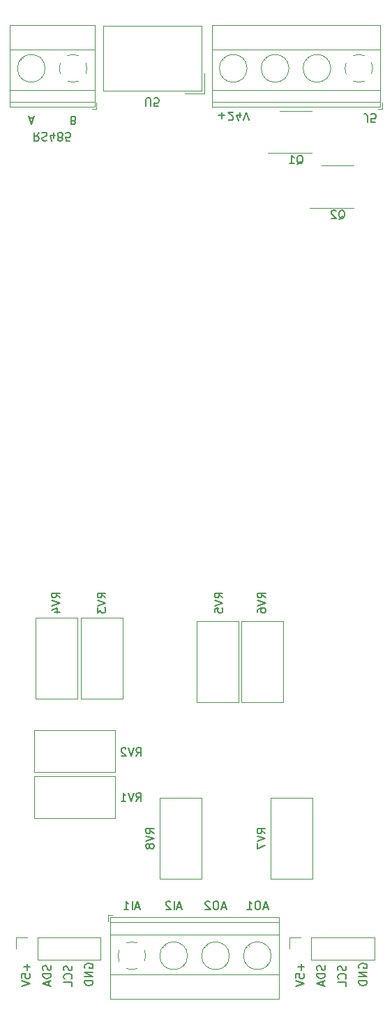
<source format=gbo>
G04 #@! TF.GenerationSoftware,KiCad,Pcbnew,5.1.10*
G04 #@! TF.CreationDate,2021-07-20T09:34:09+02:00*
G04 #@! TF.ProjectId,MEV_board,4d45565f-626f-4617-9264-2e6b69636164,rev?*
G04 #@! TF.SameCoordinates,Original*
G04 #@! TF.FileFunction,Legend,Bot*
G04 #@! TF.FilePolarity,Positive*
%FSLAX46Y46*%
G04 Gerber Fmt 4.6, Leading zero omitted, Abs format (unit mm)*
G04 Created by KiCad (PCBNEW 5.1.10) date 2021-07-20 09:34:09*
%MOMM*%
%LPD*%
G01*
G04 APERTURE LIST*
%ADD10C,0.150000*%
%ADD11C,0.120000*%
%ADD12C,6.400000*%
%ADD13C,3.600000*%
%ADD14O,1.700000X1.700000*%
%ADD15R,1.700000X1.700000*%
%ADD16C,2.600000*%
%ADD17R,2.600000X2.600000*%
%ADD18C,1.440000*%
%ADD19R,1.500000X2.500000*%
%ADD20O,1.500000X2.500000*%
G04 APERTURE END LIST*
D10*
X135426295Y-148947166D02*
X134950104Y-148947166D01*
X135521533Y-149232880D02*
X135188200Y-148232880D01*
X134854866Y-149232880D01*
X134331057Y-148232880D02*
X134140580Y-148232880D01*
X134045342Y-148280500D01*
X133950104Y-148375738D01*
X133902485Y-148566214D01*
X133902485Y-148899547D01*
X133950104Y-149090023D01*
X134045342Y-149185261D01*
X134140580Y-149232880D01*
X134331057Y-149232880D01*
X134426295Y-149185261D01*
X134521533Y-149090023D01*
X134569152Y-148899547D01*
X134569152Y-148566214D01*
X134521533Y-148375738D01*
X134426295Y-148280500D01*
X134331057Y-148232880D01*
X132950104Y-149232880D02*
X133521533Y-149232880D01*
X133235819Y-149232880D02*
X133235819Y-148232880D01*
X133331057Y-148375738D01*
X133426295Y-148470976D01*
X133521533Y-148518595D01*
X130346295Y-148947166D02*
X129870104Y-148947166D01*
X130441533Y-149232880D02*
X130108200Y-148232880D01*
X129774866Y-149232880D01*
X129251057Y-148232880D02*
X129060580Y-148232880D01*
X128965342Y-148280500D01*
X128870104Y-148375738D01*
X128822485Y-148566214D01*
X128822485Y-148899547D01*
X128870104Y-149090023D01*
X128965342Y-149185261D01*
X129060580Y-149232880D01*
X129251057Y-149232880D01*
X129346295Y-149185261D01*
X129441533Y-149090023D01*
X129489152Y-148899547D01*
X129489152Y-148566214D01*
X129441533Y-148375738D01*
X129346295Y-148280500D01*
X129251057Y-148232880D01*
X128441533Y-148328119D02*
X128393914Y-148280500D01*
X128298676Y-148232880D01*
X128060580Y-148232880D01*
X127965342Y-148280500D01*
X127917723Y-148328119D01*
X127870104Y-148423357D01*
X127870104Y-148518595D01*
X127917723Y-148661452D01*
X128489152Y-149232880D01*
X127870104Y-149232880D01*
X124980580Y-148947166D02*
X124504390Y-148947166D01*
X125075819Y-149232880D02*
X124742485Y-148232880D01*
X124409152Y-149232880D01*
X124075819Y-149232880D02*
X124075819Y-148232880D01*
X123647247Y-148328119D02*
X123599628Y-148280500D01*
X123504390Y-148232880D01*
X123266295Y-148232880D01*
X123171057Y-148280500D01*
X123123438Y-148328119D01*
X123075819Y-148423357D01*
X123075819Y-148518595D01*
X123123438Y-148661452D01*
X123694866Y-149232880D01*
X123075819Y-149232880D01*
X119900580Y-148947166D02*
X119424390Y-148947166D01*
X119995819Y-149232880D02*
X119662485Y-148232880D01*
X119329152Y-149232880D01*
X118995819Y-149232880D02*
X118995819Y-148232880D01*
X117995819Y-149232880D02*
X118567247Y-149232880D01*
X118281533Y-149232880D02*
X118281533Y-148232880D01*
X118376771Y-148375738D01*
X118472009Y-148470976D01*
X118567247Y-148518595D01*
X144914061Y-156051380D02*
X144961680Y-156194237D01*
X144961680Y-156432333D01*
X144914061Y-156527571D01*
X144866442Y-156575190D01*
X144771204Y-156622809D01*
X144675966Y-156622809D01*
X144580728Y-156575190D01*
X144533109Y-156527571D01*
X144485490Y-156432333D01*
X144437871Y-156241857D01*
X144390252Y-156146618D01*
X144342633Y-156098999D01*
X144247395Y-156051380D01*
X144152157Y-156051380D01*
X144056919Y-156098999D01*
X144009300Y-156146618D01*
X143961680Y-156241857D01*
X143961680Y-156479952D01*
X144009300Y-156622809D01*
X144866442Y-157622809D02*
X144914061Y-157575190D01*
X144961680Y-157432333D01*
X144961680Y-157337095D01*
X144914061Y-157194237D01*
X144818823Y-157098999D01*
X144723585Y-157051380D01*
X144533109Y-157003761D01*
X144390252Y-157003761D01*
X144199776Y-157051380D01*
X144104538Y-157098999D01*
X144009300Y-157194237D01*
X143961680Y-157337095D01*
X143961680Y-157432333D01*
X144009300Y-157575190D01*
X144056919Y-157622809D01*
X144961680Y-158527571D02*
X144961680Y-158051380D01*
X143961680Y-158051380D01*
X142374061Y-156003761D02*
X142421680Y-156146618D01*
X142421680Y-156384713D01*
X142374061Y-156479951D01*
X142326442Y-156527570D01*
X142231204Y-156575189D01*
X142135966Y-156575189D01*
X142040728Y-156527570D01*
X141993109Y-156479951D01*
X141945490Y-156384713D01*
X141897871Y-156194237D01*
X141850252Y-156098999D01*
X141802633Y-156051380D01*
X141707395Y-156003761D01*
X141612157Y-156003761D01*
X141516919Y-156051380D01*
X141469300Y-156098999D01*
X141421680Y-156194237D01*
X141421680Y-156432332D01*
X141469300Y-156575189D01*
X142421680Y-157003761D02*
X141421680Y-157003761D01*
X141421680Y-157241856D01*
X141469300Y-157384713D01*
X141564538Y-157479951D01*
X141659776Y-157527570D01*
X141850252Y-157575189D01*
X141993109Y-157575189D01*
X142183585Y-157527570D01*
X142278823Y-157479951D01*
X142374061Y-157384713D01*
X142421680Y-157241856D01*
X142421680Y-157003761D01*
X142135966Y-157956142D02*
X142135966Y-158432332D01*
X142421680Y-157860904D02*
X141421680Y-158194237D01*
X142421680Y-158527570D01*
X146549300Y-156337095D02*
X146501680Y-156241857D01*
X146501680Y-156099000D01*
X146549300Y-155956142D01*
X146644538Y-155860904D01*
X146739776Y-155813285D01*
X146930252Y-155765666D01*
X147073109Y-155765666D01*
X147263585Y-155813285D01*
X147358823Y-155860904D01*
X147454061Y-155956142D01*
X147501680Y-156099000D01*
X147501680Y-156194238D01*
X147454061Y-156337095D01*
X147406442Y-156384714D01*
X147073109Y-156384714D01*
X147073109Y-156194238D01*
X147501680Y-156813285D02*
X146501680Y-156813285D01*
X147501680Y-157384714D01*
X146501680Y-157384714D01*
X147501680Y-157860904D02*
X146501680Y-157860904D01*
X146501680Y-158099000D01*
X146549300Y-158241857D01*
X146644538Y-158337095D01*
X146739776Y-158384714D01*
X146930252Y-158432333D01*
X147073109Y-158432333D01*
X147263585Y-158384714D01*
X147358823Y-158337095D01*
X147454061Y-158241857D01*
X147501680Y-158099000D01*
X147501680Y-157860904D01*
X139500728Y-155813285D02*
X139500728Y-156575190D01*
X139881680Y-156194238D02*
X139119776Y-156194238D01*
X138881680Y-157527571D02*
X138881680Y-157051380D01*
X139357871Y-157003761D01*
X139310252Y-157051380D01*
X139262633Y-157146619D01*
X139262633Y-157384714D01*
X139310252Y-157479952D01*
X139357871Y-157527571D01*
X139453109Y-157575190D01*
X139691204Y-157575190D01*
X139786442Y-157527571D01*
X139834061Y-157479952D01*
X139881680Y-157384714D01*
X139881680Y-157146619D01*
X139834061Y-157051380D01*
X139786442Y-157003761D01*
X138881680Y-157860904D02*
X139881680Y-158194238D01*
X138881680Y-158527571D01*
X113275300Y-156337095D02*
X113227680Y-156241857D01*
X113227680Y-156099000D01*
X113275300Y-155956142D01*
X113370538Y-155860904D01*
X113465776Y-155813285D01*
X113656252Y-155765666D01*
X113799109Y-155765666D01*
X113989585Y-155813285D01*
X114084823Y-155860904D01*
X114180061Y-155956142D01*
X114227680Y-156099000D01*
X114227680Y-156194238D01*
X114180061Y-156337095D01*
X114132442Y-156384714D01*
X113799109Y-156384714D01*
X113799109Y-156194238D01*
X114227680Y-156813285D02*
X113227680Y-156813285D01*
X114227680Y-157384714D01*
X113227680Y-157384714D01*
X114227680Y-157860904D02*
X113227680Y-157860904D01*
X113227680Y-158099000D01*
X113275300Y-158241857D01*
X113370538Y-158337095D01*
X113465776Y-158384714D01*
X113656252Y-158432333D01*
X113799109Y-158432333D01*
X113989585Y-158384714D01*
X114084823Y-158337095D01*
X114180061Y-158241857D01*
X114227680Y-158099000D01*
X114227680Y-157860904D01*
X111640061Y-156051380D02*
X111687680Y-156194237D01*
X111687680Y-156432333D01*
X111640061Y-156527571D01*
X111592442Y-156575190D01*
X111497204Y-156622809D01*
X111401966Y-156622809D01*
X111306728Y-156575190D01*
X111259109Y-156527571D01*
X111211490Y-156432333D01*
X111163871Y-156241857D01*
X111116252Y-156146618D01*
X111068633Y-156098999D01*
X110973395Y-156051380D01*
X110878157Y-156051380D01*
X110782919Y-156098999D01*
X110735300Y-156146618D01*
X110687680Y-156241857D01*
X110687680Y-156479952D01*
X110735300Y-156622809D01*
X111592442Y-157622809D02*
X111640061Y-157575190D01*
X111687680Y-157432333D01*
X111687680Y-157337095D01*
X111640061Y-157194237D01*
X111544823Y-157098999D01*
X111449585Y-157051380D01*
X111259109Y-157003761D01*
X111116252Y-157003761D01*
X110925776Y-157051380D01*
X110830538Y-157098999D01*
X110735300Y-157194237D01*
X110687680Y-157337095D01*
X110687680Y-157432333D01*
X110735300Y-157575190D01*
X110782919Y-157622809D01*
X111687680Y-158527571D02*
X111687680Y-158051380D01*
X110687680Y-158051380D01*
X109100061Y-156003761D02*
X109147680Y-156146618D01*
X109147680Y-156384713D01*
X109100061Y-156479951D01*
X109052442Y-156527570D01*
X108957204Y-156575189D01*
X108861966Y-156575189D01*
X108766728Y-156527570D01*
X108719109Y-156479951D01*
X108671490Y-156384713D01*
X108623871Y-156194237D01*
X108576252Y-156098999D01*
X108528633Y-156051380D01*
X108433395Y-156003761D01*
X108338157Y-156003761D01*
X108242919Y-156051380D01*
X108195300Y-156098999D01*
X108147680Y-156194237D01*
X108147680Y-156432332D01*
X108195300Y-156575189D01*
X109147680Y-157003761D02*
X108147680Y-157003761D01*
X108147680Y-157241856D01*
X108195300Y-157384713D01*
X108290538Y-157479951D01*
X108385776Y-157527570D01*
X108576252Y-157575189D01*
X108719109Y-157575189D01*
X108909585Y-157527570D01*
X109004823Y-157479951D01*
X109100061Y-157384713D01*
X109147680Y-157241856D01*
X109147680Y-157003761D01*
X108861966Y-157956142D02*
X108861966Y-158432332D01*
X109147680Y-157860904D02*
X108147680Y-158194237D01*
X109147680Y-158527570D01*
X106226728Y-155813285D02*
X106226728Y-156575190D01*
X106607680Y-156194238D02*
X105845776Y-156194238D01*
X105607680Y-157527571D02*
X105607680Y-157051380D01*
X106083871Y-157003761D01*
X106036252Y-157051380D01*
X105988633Y-157146619D01*
X105988633Y-157384714D01*
X106036252Y-157479952D01*
X106083871Y-157527571D01*
X106179109Y-157575190D01*
X106417204Y-157575190D01*
X106512442Y-157527571D01*
X106560061Y-157479952D01*
X106607680Y-157384714D01*
X106607680Y-157146619D01*
X106560061Y-157051380D01*
X106512442Y-157003761D01*
X105607680Y-157860904D02*
X106607680Y-158194238D01*
X105607680Y-158527571D01*
X129492595Y-52887571D02*
X130254500Y-52887571D01*
X129873547Y-52506619D02*
X129873547Y-53268523D01*
X130683071Y-53411380D02*
X130730690Y-53459000D01*
X130825928Y-53506619D01*
X131064023Y-53506619D01*
X131159261Y-53459000D01*
X131206880Y-53411380D01*
X131254500Y-53316142D01*
X131254500Y-53220904D01*
X131206880Y-53078047D01*
X130635452Y-52506619D01*
X131254500Y-52506619D01*
X132111642Y-53173285D02*
X132111642Y-52506619D01*
X131873547Y-53554238D02*
X131635452Y-52839952D01*
X132254500Y-52839952D01*
X132492595Y-53506619D02*
X132825928Y-52506619D01*
X133159261Y-53506619D01*
X107683261Y-54983119D02*
X107349928Y-55459309D01*
X107111833Y-54983119D02*
X107111833Y-55983119D01*
X107492785Y-55983119D01*
X107588023Y-55935500D01*
X107635642Y-55887880D01*
X107683261Y-55792642D01*
X107683261Y-55649785D01*
X107635642Y-55554547D01*
X107588023Y-55506928D01*
X107492785Y-55459309D01*
X107111833Y-55459309D01*
X108064214Y-55030738D02*
X108207071Y-54983119D01*
X108445166Y-54983119D01*
X108540404Y-55030738D01*
X108588023Y-55078357D01*
X108635642Y-55173595D01*
X108635642Y-55268833D01*
X108588023Y-55364071D01*
X108540404Y-55411690D01*
X108445166Y-55459309D01*
X108254690Y-55506928D01*
X108159452Y-55554547D01*
X108111833Y-55602166D01*
X108064214Y-55697404D01*
X108064214Y-55792642D01*
X108111833Y-55887880D01*
X108159452Y-55935500D01*
X108254690Y-55983119D01*
X108492785Y-55983119D01*
X108635642Y-55935500D01*
X109492785Y-55649785D02*
X109492785Y-54983119D01*
X109254690Y-56030738D02*
X109016595Y-55316452D01*
X109635642Y-55316452D01*
X110159452Y-55554547D02*
X110064214Y-55602166D01*
X110016595Y-55649785D01*
X109968976Y-55745023D01*
X109968976Y-55792642D01*
X110016595Y-55887880D01*
X110064214Y-55935500D01*
X110159452Y-55983119D01*
X110349928Y-55983119D01*
X110445166Y-55935500D01*
X110492785Y-55887880D01*
X110540404Y-55792642D01*
X110540404Y-55745023D01*
X110492785Y-55649785D01*
X110445166Y-55602166D01*
X110349928Y-55554547D01*
X110159452Y-55554547D01*
X110064214Y-55506928D01*
X110016595Y-55459309D01*
X109968976Y-55364071D01*
X109968976Y-55173595D01*
X110016595Y-55078357D01*
X110064214Y-55030738D01*
X110159452Y-54983119D01*
X110349928Y-54983119D01*
X110445166Y-55030738D01*
X110492785Y-55078357D01*
X110540404Y-55173595D01*
X110540404Y-55364071D01*
X110492785Y-55459309D01*
X110445166Y-55506928D01*
X110349928Y-55554547D01*
X111445166Y-55983119D02*
X110968976Y-55983119D01*
X110921357Y-55506928D01*
X110968976Y-55554547D01*
X111064214Y-55602166D01*
X111302309Y-55602166D01*
X111397547Y-55554547D01*
X111445166Y-55506928D01*
X111492785Y-55411690D01*
X111492785Y-55173595D01*
X111445166Y-55078357D01*
X111397547Y-55030738D01*
X111302309Y-54983119D01*
X111064214Y-54983119D01*
X110968976Y-55030738D01*
X110921357Y-55078357D01*
X111894928Y-53538428D02*
X112037785Y-53490809D01*
X112085404Y-53443190D01*
X112133023Y-53347952D01*
X112133023Y-53205095D01*
X112085404Y-53109857D01*
X112037785Y-53062238D01*
X111942547Y-53014619D01*
X111561595Y-53014619D01*
X111561595Y-54014619D01*
X111894928Y-54014619D01*
X111990166Y-53967000D01*
X112037785Y-53919380D01*
X112085404Y-53824142D01*
X112085404Y-53728904D01*
X112037785Y-53633666D01*
X111990166Y-53586047D01*
X111894928Y-53538428D01*
X111561595Y-53538428D01*
X106505405Y-53236833D02*
X106981596Y-53236833D01*
X106410167Y-52951119D02*
X106743501Y-53951119D01*
X107076834Y-52951119D01*
D11*
X148396000Y-152657500D02*
X148396000Y-155317500D01*
X140716000Y-152657500D02*
X148396000Y-152657500D01*
X140716000Y-155317500D02*
X148396000Y-155317500D01*
X140716000Y-152657500D02*
X140716000Y-155317500D01*
X139446000Y-152657500D02*
X138116000Y-152657500D01*
X138116000Y-152657500D02*
X138116000Y-153987500D01*
X115172798Y-152644800D02*
X115172798Y-155304800D01*
X107492798Y-152644800D02*
X115172798Y-152644800D01*
X107492798Y-155304800D02*
X115172798Y-155304800D01*
X107492798Y-152644800D02*
X107492798Y-155304800D01*
X106222798Y-152644800D02*
X104892798Y-152644800D01*
X104892798Y-152644800D02*
X104892798Y-153974800D01*
X125708200Y-154838400D02*
G75*
G03*
X125708200Y-154838400I-1680000J0D01*
G01*
X130788200Y-154838400D02*
G75*
G03*
X130788200Y-154838400I-1680000J0D01*
G01*
X135868200Y-154838400D02*
G75*
G03*
X135868200Y-154838400I-1680000J0D01*
G01*
X116348200Y-150738400D02*
X136788200Y-150738400D01*
X116348200Y-152238400D02*
X136788200Y-152238400D01*
X116348200Y-157139400D02*
X136788200Y-157139400D01*
X116348200Y-160099400D02*
X136788200Y-160099400D01*
X116348200Y-150178400D02*
X136788200Y-150178400D01*
X116348200Y-160099400D02*
X116348200Y-150178400D01*
X136788200Y-160099400D02*
X136788200Y-150178400D01*
X125303200Y-155907400D02*
X125256200Y-155861400D01*
X122994200Y-153599400D02*
X122959200Y-153564400D01*
X125098200Y-156113400D02*
X125063200Y-156077400D01*
X122801200Y-153815400D02*
X122754200Y-153769400D01*
X130383200Y-155907400D02*
X130336200Y-155861400D01*
X128074200Y-153599400D02*
X128039200Y-153564400D01*
X130178200Y-156113400D02*
X130143200Y-156077400D01*
X127881200Y-153815400D02*
X127834200Y-153769400D01*
X135463200Y-155907400D02*
X135416200Y-155861400D01*
X133154200Y-153599400D02*
X133119200Y-153564400D01*
X135258200Y-156113400D02*
X135223200Y-156077400D01*
X132961200Y-153815400D02*
X132914200Y-153769400D01*
X116108200Y-150678400D02*
X116108200Y-149938400D01*
X116108200Y-149938400D02*
X116608200Y-149938400D01*
X118977005Y-153158147D02*
G75*
G03*
X118264200Y-153303400I-28805J-1680253D01*
G01*
X117412774Y-154155358D02*
G75*
G03*
X117413200Y-155522400I1535426J-683042D01*
G01*
X118265158Y-156373826D02*
G75*
G03*
X119632200Y-156373400I683042J1535426D01*
G01*
X120483626Y-155521442D02*
G75*
G03*
X120483200Y-154154400I-1535426J683042D01*
G01*
X119631518Y-153303644D02*
G75*
G03*
X118948200Y-153158400I-683318J-1534756D01*
G01*
X114663500Y-52100000D02*
X114163500Y-52100000D01*
X114663500Y-51360000D02*
X114663500Y-52100000D01*
X107970500Y-48223000D02*
X108017500Y-48269000D01*
X105673500Y-45925000D02*
X105708500Y-45961000D01*
X107777500Y-48439000D02*
X107812500Y-48474000D01*
X105468500Y-46131000D02*
X105515500Y-46177000D01*
X104143500Y-41939000D02*
X104143500Y-51860000D01*
X114423500Y-41939000D02*
X114423500Y-51860000D01*
X114423500Y-51860000D02*
X104143500Y-51860000D01*
X114423500Y-41939000D02*
X104143500Y-41939000D01*
X114423500Y-44899000D02*
X104143500Y-44899000D01*
X114423500Y-49800000D02*
X104143500Y-49800000D01*
X114423500Y-51300000D02*
X104143500Y-51300000D01*
X108423500Y-47200000D02*
G75*
G03*
X108423500Y-47200000I-1680000J0D01*
G01*
X111140182Y-48734756D02*
G75*
G03*
X111823500Y-48880000I683318J1534756D01*
G01*
X110288074Y-46516958D02*
G75*
G03*
X110288500Y-47884000I1535426J-683042D01*
G01*
X112506542Y-45664574D02*
G75*
G03*
X111139500Y-45665000I-683042J-1535426D01*
G01*
X113358926Y-47883042D02*
G75*
G03*
X113358500Y-46516000I-1535426J683042D01*
G01*
X111794695Y-48880253D02*
G75*
G03*
X112507500Y-48735000I28805J1680253D01*
G01*
X149340000Y-52100000D02*
X148840000Y-52100000D01*
X149340000Y-51360000D02*
X149340000Y-52100000D01*
X132487000Y-48223000D02*
X132534000Y-48269000D01*
X130190000Y-45925000D02*
X130225000Y-45961000D01*
X132294000Y-48439000D02*
X132329000Y-48474000D01*
X129985000Y-46131000D02*
X130032000Y-46177000D01*
X137567000Y-48223000D02*
X137614000Y-48269000D01*
X135270000Y-45925000D02*
X135305000Y-45961000D01*
X137374000Y-48439000D02*
X137409000Y-48474000D01*
X135065000Y-46131000D02*
X135112000Y-46177000D01*
X142647000Y-48223000D02*
X142694000Y-48269000D01*
X140350000Y-45925000D02*
X140385000Y-45961000D01*
X142454000Y-48439000D02*
X142489000Y-48474000D01*
X140145000Y-46131000D02*
X140192000Y-46177000D01*
X128660000Y-41939000D02*
X128660000Y-51860000D01*
X149100000Y-41939000D02*
X149100000Y-51860000D01*
X149100000Y-51860000D02*
X128660000Y-51860000D01*
X149100000Y-41939000D02*
X128660000Y-41939000D01*
X149100000Y-44899000D02*
X128660000Y-44899000D01*
X149100000Y-49800000D02*
X128660000Y-49800000D01*
X149100000Y-51300000D02*
X128660000Y-51300000D01*
X132940000Y-47200000D02*
G75*
G03*
X132940000Y-47200000I-1680000J0D01*
G01*
X138020000Y-47200000D02*
G75*
G03*
X138020000Y-47200000I-1680000J0D01*
G01*
X143100000Y-47200000D02*
G75*
G03*
X143100000Y-47200000I-1680000J0D01*
G01*
X145816682Y-48734756D02*
G75*
G03*
X146500000Y-48880000I683318J1534756D01*
G01*
X144964574Y-46516958D02*
G75*
G03*
X144965000Y-47884000I1535426J-683042D01*
G01*
X147183042Y-45664574D02*
G75*
G03*
X145816000Y-45665000I-683042J-1535426D01*
G01*
X148035426Y-47883042D02*
G75*
G03*
X148035000Y-46516000I-1535426J683042D01*
G01*
X146471195Y-48880253D02*
G75*
G03*
X147184000Y-48735000I28805J1680253D01*
G01*
X138881500Y-57462100D02*
X135431500Y-57462100D01*
X138881500Y-57462100D02*
X140831500Y-57462100D01*
X138881500Y-52342100D02*
X136931500Y-52342100D01*
X138881500Y-52342100D02*
X140831500Y-52342100D01*
X143961500Y-58996900D02*
X145911500Y-58996900D01*
X143961500Y-58996900D02*
X142011500Y-58996900D01*
X143961500Y-64116900D02*
X145911500Y-64116900D01*
X143961500Y-64116900D02*
X140511500Y-64116900D01*
X116905000Y-138150000D02*
X116905000Y-133080000D01*
X107135000Y-138150000D02*
X107135000Y-133080000D01*
X107135000Y-133080000D02*
X116905000Y-133080000D01*
X107135000Y-138150000D02*
X116905000Y-138150000D01*
X107135000Y-132560000D02*
X116905000Y-132560000D01*
X107135000Y-127490000D02*
X116905000Y-127490000D01*
X107135000Y-132560000D02*
X107135000Y-127490000D01*
X116905000Y-132560000D02*
X116905000Y-127490000D01*
X117846000Y-123630000D02*
X117846000Y-113860000D01*
X112776000Y-123630000D02*
X112776000Y-113860000D01*
X117846000Y-123630000D02*
X112776000Y-123630000D01*
X117846000Y-113860000D02*
X112776000Y-113860000D01*
X112321500Y-113860000D02*
X107251500Y-113860000D01*
X112321500Y-123630000D02*
X107251500Y-123630000D01*
X107251500Y-123630000D02*
X107251500Y-113860000D01*
X112321500Y-123630000D02*
X112321500Y-113860000D01*
X131866800Y-124061800D02*
X131866800Y-114291800D01*
X126796800Y-124061800D02*
X126796800Y-114291800D01*
X131866800Y-124061800D02*
X126796800Y-124061800D01*
X131866800Y-114291800D02*
X126796800Y-114291800D01*
X137353200Y-114291800D02*
X132283200Y-114291800D01*
X137353200Y-124061800D02*
X132283200Y-124061800D01*
X132283200Y-124061800D02*
X132283200Y-114291800D01*
X137353200Y-124061800D02*
X137353200Y-114291800D01*
X135830000Y-145495000D02*
X140900000Y-145495000D01*
X135830000Y-135725000D02*
X140900000Y-135725000D01*
X140900000Y-135725000D02*
X140900000Y-145495000D01*
X135830000Y-135725000D02*
X135830000Y-145495000D01*
X122340000Y-135725000D02*
X122340000Y-145495000D01*
X127410000Y-135725000D02*
X127410000Y-145495000D01*
X122340000Y-135725000D02*
X127410000Y-135725000D01*
X122340000Y-145495000D02*
X127410000Y-145495000D01*
X127420000Y-49920000D02*
X127420000Y-42070000D01*
X127420000Y-42070000D02*
X115480000Y-42070000D01*
X115480000Y-42070000D02*
X115480000Y-49920000D01*
X115480000Y-49920000D02*
X127420000Y-49920000D01*
X127750000Y-47800000D02*
X127750000Y-50250000D01*
X127750000Y-50250000D02*
X125420000Y-50250000D01*
D10*
X147558166Y-53697119D02*
X147558166Y-52982833D01*
X147510547Y-52839976D01*
X147415309Y-52744738D01*
X147272452Y-52697119D01*
X147177214Y-52697119D01*
X148510547Y-53697119D02*
X148034357Y-53697119D01*
X147986738Y-53220928D01*
X148034357Y-53268547D01*
X148129595Y-53316166D01*
X148367690Y-53316166D01*
X148462928Y-53268547D01*
X148510547Y-53220928D01*
X148558166Y-53125690D01*
X148558166Y-52887595D01*
X148510547Y-52792357D01*
X148462928Y-52744738D01*
X148367690Y-52697119D01*
X148129595Y-52697119D01*
X148034357Y-52744738D01*
X147986738Y-52792357D01*
X138976738Y-58849719D02*
X139071976Y-58802100D01*
X139167214Y-58706861D01*
X139310071Y-58564004D01*
X139405309Y-58516385D01*
X139500547Y-58516385D01*
X139452928Y-58754480D02*
X139548166Y-58706861D01*
X139643404Y-58611623D01*
X139691023Y-58421147D01*
X139691023Y-58087814D01*
X139643404Y-57897338D01*
X139548166Y-57802100D01*
X139452928Y-57754480D01*
X139262452Y-57754480D01*
X139167214Y-57802100D01*
X139071976Y-57897338D01*
X139024357Y-58087814D01*
X139024357Y-58421147D01*
X139071976Y-58611623D01*
X139167214Y-58706861D01*
X139262452Y-58754480D01*
X139452928Y-58754480D01*
X138071976Y-58754480D02*
X138643404Y-58754480D01*
X138357690Y-58754480D02*
X138357690Y-57754480D01*
X138452928Y-57897338D01*
X138548166Y-57992576D01*
X138643404Y-58040195D01*
X144056738Y-65504519D02*
X144151976Y-65456900D01*
X144247214Y-65361661D01*
X144390071Y-65218804D01*
X144485309Y-65171185D01*
X144580547Y-65171185D01*
X144532928Y-65409280D02*
X144628166Y-65361661D01*
X144723404Y-65266423D01*
X144771023Y-65075947D01*
X144771023Y-64742614D01*
X144723404Y-64552138D01*
X144628166Y-64456900D01*
X144532928Y-64409280D01*
X144342452Y-64409280D01*
X144247214Y-64456900D01*
X144151976Y-64552138D01*
X144104357Y-64742614D01*
X144104357Y-65075947D01*
X144151976Y-65266423D01*
X144247214Y-65361661D01*
X144342452Y-65409280D01*
X144532928Y-65409280D01*
X143723404Y-64504519D02*
X143675785Y-64456900D01*
X143580547Y-64409280D01*
X143342452Y-64409280D01*
X143247214Y-64456900D01*
X143199595Y-64504519D01*
X143151976Y-64599757D01*
X143151976Y-64694995D01*
X143199595Y-64837852D01*
X143771023Y-65409280D01*
X143151976Y-65409280D01*
X119467238Y-136088380D02*
X119800571Y-135612190D01*
X120038666Y-136088380D02*
X120038666Y-135088380D01*
X119657714Y-135088380D01*
X119562476Y-135136000D01*
X119514857Y-135183619D01*
X119467238Y-135278857D01*
X119467238Y-135421714D01*
X119514857Y-135516952D01*
X119562476Y-135564571D01*
X119657714Y-135612190D01*
X120038666Y-135612190D01*
X119181523Y-135088380D02*
X118848190Y-136088380D01*
X118514857Y-135088380D01*
X117657714Y-136088380D02*
X118229142Y-136088380D01*
X117943428Y-136088380D02*
X117943428Y-135088380D01*
X118038666Y-135231238D01*
X118133904Y-135326476D01*
X118229142Y-135374095D01*
X119467238Y-130627380D02*
X119800571Y-130151190D01*
X120038666Y-130627380D02*
X120038666Y-129627380D01*
X119657714Y-129627380D01*
X119562476Y-129675000D01*
X119514857Y-129722619D01*
X119467238Y-129817857D01*
X119467238Y-129960714D01*
X119514857Y-130055952D01*
X119562476Y-130103571D01*
X119657714Y-130151190D01*
X120038666Y-130151190D01*
X119181523Y-129627380D02*
X118848190Y-130627380D01*
X118514857Y-129627380D01*
X118229142Y-129722619D02*
X118181523Y-129675000D01*
X118086285Y-129627380D01*
X117848190Y-129627380D01*
X117752952Y-129675000D01*
X117705333Y-129722619D01*
X117657714Y-129817857D01*
X117657714Y-129913095D01*
X117705333Y-130055952D01*
X118276761Y-130627380D01*
X117657714Y-130627380D01*
X115768380Y-111418761D02*
X115292190Y-111085428D01*
X115768380Y-110847333D02*
X114768380Y-110847333D01*
X114768380Y-111228285D01*
X114816000Y-111323523D01*
X114863619Y-111371142D01*
X114958857Y-111418761D01*
X115101714Y-111418761D01*
X115196952Y-111371142D01*
X115244571Y-111323523D01*
X115292190Y-111228285D01*
X115292190Y-110847333D01*
X114768380Y-111704476D02*
X115768380Y-112037809D01*
X114768380Y-112371142D01*
X114768380Y-112609238D02*
X114768380Y-113228285D01*
X115149333Y-112894952D01*
X115149333Y-113037809D01*
X115196952Y-113133047D01*
X115244571Y-113180666D01*
X115339809Y-113228285D01*
X115577904Y-113228285D01*
X115673142Y-113180666D01*
X115720761Y-113133047D01*
X115768380Y-113037809D01*
X115768380Y-112752095D01*
X115720761Y-112656857D01*
X115673142Y-112609238D01*
X110243880Y-111418761D02*
X109767690Y-111085428D01*
X110243880Y-110847333D02*
X109243880Y-110847333D01*
X109243880Y-111228285D01*
X109291500Y-111323523D01*
X109339119Y-111371142D01*
X109434357Y-111418761D01*
X109577214Y-111418761D01*
X109672452Y-111371142D01*
X109720071Y-111323523D01*
X109767690Y-111228285D01*
X109767690Y-110847333D01*
X109243880Y-111704476D02*
X110243880Y-112037809D01*
X109243880Y-112371142D01*
X109577214Y-113133047D02*
X110243880Y-113133047D01*
X109196261Y-112894952D02*
X109910547Y-112656857D01*
X109910547Y-113275904D01*
X129992380Y-111418761D02*
X129516190Y-111085428D01*
X129992380Y-110847333D02*
X128992380Y-110847333D01*
X128992380Y-111228285D01*
X129040000Y-111323523D01*
X129087619Y-111371142D01*
X129182857Y-111418761D01*
X129325714Y-111418761D01*
X129420952Y-111371142D01*
X129468571Y-111323523D01*
X129516190Y-111228285D01*
X129516190Y-110847333D01*
X128992380Y-111704476D02*
X129992380Y-112037809D01*
X128992380Y-112371142D01*
X128992380Y-113180666D02*
X128992380Y-112704476D01*
X129468571Y-112656857D01*
X129420952Y-112704476D01*
X129373333Y-112799714D01*
X129373333Y-113037809D01*
X129420952Y-113133047D01*
X129468571Y-113180666D01*
X129563809Y-113228285D01*
X129801904Y-113228285D01*
X129897142Y-113180666D01*
X129944761Y-113133047D01*
X129992380Y-113037809D01*
X129992380Y-112799714D01*
X129944761Y-112704476D01*
X129897142Y-112656857D01*
X135199380Y-111418761D02*
X134723190Y-111085428D01*
X135199380Y-110847333D02*
X134199380Y-110847333D01*
X134199380Y-111228285D01*
X134247000Y-111323523D01*
X134294619Y-111371142D01*
X134389857Y-111418761D01*
X134532714Y-111418761D01*
X134627952Y-111371142D01*
X134675571Y-111323523D01*
X134723190Y-111228285D01*
X134723190Y-110847333D01*
X134199380Y-111704476D02*
X135199380Y-112037809D01*
X134199380Y-112371142D01*
X134199380Y-113133047D02*
X134199380Y-112942571D01*
X134247000Y-112847333D01*
X134294619Y-112799714D01*
X134437476Y-112704476D01*
X134627952Y-112656857D01*
X135008904Y-112656857D01*
X135104142Y-112704476D01*
X135151761Y-112752095D01*
X135199380Y-112847333D01*
X135199380Y-113037809D01*
X135151761Y-113133047D01*
X135104142Y-113180666D01*
X135008904Y-113228285D01*
X134770809Y-113228285D01*
X134675571Y-113180666D01*
X134627952Y-113133047D01*
X134580333Y-113037809D01*
X134580333Y-112847333D01*
X134627952Y-112752095D01*
X134675571Y-112704476D01*
X134770809Y-112656857D01*
X135152380Y-140014761D02*
X134676190Y-139681428D01*
X135152380Y-139443333D02*
X134152380Y-139443333D01*
X134152380Y-139824285D01*
X134200000Y-139919523D01*
X134247619Y-139967142D01*
X134342857Y-140014761D01*
X134485714Y-140014761D01*
X134580952Y-139967142D01*
X134628571Y-139919523D01*
X134676190Y-139824285D01*
X134676190Y-139443333D01*
X134152380Y-140300476D02*
X135152380Y-140633809D01*
X134152380Y-140967142D01*
X134152380Y-141205238D02*
X134152380Y-141871904D01*
X135152380Y-141443333D01*
X121662380Y-140014761D02*
X121186190Y-139681428D01*
X121662380Y-139443333D02*
X120662380Y-139443333D01*
X120662380Y-139824285D01*
X120710000Y-139919523D01*
X120757619Y-139967142D01*
X120852857Y-140014761D01*
X120995714Y-140014761D01*
X121090952Y-139967142D01*
X121138571Y-139919523D01*
X121186190Y-139824285D01*
X121186190Y-139443333D01*
X120662380Y-140300476D02*
X121662380Y-140633809D01*
X120662380Y-140967142D01*
X121090952Y-141443333D02*
X121043333Y-141348095D01*
X120995714Y-141300476D01*
X120900476Y-141252857D01*
X120852857Y-141252857D01*
X120757619Y-141300476D01*
X120710000Y-141348095D01*
X120662380Y-141443333D01*
X120662380Y-141633809D01*
X120710000Y-141729047D01*
X120757619Y-141776666D01*
X120852857Y-141824285D01*
X120900476Y-141824285D01*
X120995714Y-141776666D01*
X121043333Y-141729047D01*
X121090952Y-141633809D01*
X121090952Y-141443333D01*
X121138571Y-141348095D01*
X121186190Y-141300476D01*
X121281428Y-141252857D01*
X121471904Y-141252857D01*
X121567142Y-141300476D01*
X121614761Y-141348095D01*
X121662380Y-141443333D01*
X121662380Y-141633809D01*
X121614761Y-141729047D01*
X121567142Y-141776666D01*
X121471904Y-141824285D01*
X121281428Y-141824285D01*
X121186190Y-141776666D01*
X121138571Y-141729047D01*
X121090952Y-141633809D01*
X120650095Y-51792119D02*
X120650095Y-50982595D01*
X120697714Y-50887357D01*
X120745333Y-50839738D01*
X120840571Y-50792119D01*
X121031047Y-50792119D01*
X121126285Y-50839738D01*
X121173904Y-50887357D01*
X121221523Y-50982595D01*
X121221523Y-51792119D01*
X122173904Y-51792119D02*
X121697714Y-51792119D01*
X121650095Y-51315928D01*
X121697714Y-51363547D01*
X121792952Y-51411166D01*
X122031047Y-51411166D01*
X122126285Y-51363547D01*
X122173904Y-51315928D01*
X122221523Y-51220690D01*
X122221523Y-50982595D01*
X122173904Y-50887357D01*
X122126285Y-50839738D01*
X122031047Y-50792119D01*
X121792952Y-50792119D01*
X121697714Y-50839738D01*
X121650095Y-50887357D01*
%LPC*%
D12*
X98000000Y-161500000D03*
D13*
X98000000Y-161500000D03*
D12*
X155000000Y-161500000D03*
D13*
X155000000Y-161500000D03*
D12*
X98000000Y-46000000D03*
D13*
X98000000Y-46000000D03*
D12*
X155000000Y-46000000D03*
D13*
X155000000Y-46000000D03*
D14*
X153340000Y-153960000D03*
X150800000Y-153960000D03*
X153340000Y-151420000D03*
X150800000Y-151420000D03*
X153340000Y-148880000D03*
X150800000Y-148880000D03*
X153340000Y-146340000D03*
X150800000Y-146340000D03*
X153340000Y-143800000D03*
X150800000Y-143800000D03*
X153340000Y-141260000D03*
X150800000Y-141260000D03*
X153340000Y-138720000D03*
X150800000Y-138720000D03*
X153340000Y-136180000D03*
X150800000Y-136180000D03*
X153340000Y-133640000D03*
X150800000Y-133640000D03*
X153340000Y-131100000D03*
X150800000Y-131100000D03*
X153340000Y-128560000D03*
X150800000Y-128560000D03*
X153340000Y-126020000D03*
X150800000Y-126020000D03*
X153340000Y-123480000D03*
X150800000Y-123480000D03*
X153340000Y-120940000D03*
X150800000Y-120940000D03*
X153340000Y-118400000D03*
X150800000Y-118400000D03*
X153340000Y-115860000D03*
X150800000Y-115860000D03*
X153340000Y-113320000D03*
X150800000Y-113320000D03*
X153340000Y-110780000D03*
X150800000Y-110780000D03*
X153340000Y-108240000D03*
X150800000Y-108240000D03*
X153340000Y-105700000D03*
X150800000Y-105700000D03*
X153340000Y-103160000D03*
X150800000Y-103160000D03*
X153340000Y-100620000D03*
X150800000Y-100620000D03*
X153340000Y-98080000D03*
X150800000Y-98080000D03*
X153340000Y-95540000D03*
X150800000Y-95540000D03*
X153340000Y-93000000D03*
X150800000Y-93000000D03*
X153340000Y-90460000D03*
X150800000Y-90460000D03*
X153340000Y-87920000D03*
X150800000Y-87920000D03*
X153340000Y-85380000D03*
X150800000Y-85380000D03*
X153340000Y-82840000D03*
X150800000Y-82840000D03*
X153340000Y-80300000D03*
X150800000Y-80300000D03*
X153340000Y-77760000D03*
X150800000Y-77760000D03*
X153340000Y-75220000D03*
D15*
X150800000Y-75220000D03*
D14*
X102530000Y-153960000D03*
X99990000Y-153960000D03*
X102530000Y-151420000D03*
X99990000Y-151420000D03*
X102530000Y-148880000D03*
X99990000Y-148880000D03*
X102530000Y-146340000D03*
X99990000Y-146340000D03*
X102530000Y-143800000D03*
X99990000Y-143800000D03*
X102530000Y-141260000D03*
X99990000Y-141260000D03*
X102530000Y-138720000D03*
X99990000Y-138720000D03*
X102530000Y-136180000D03*
X99990000Y-136180000D03*
X102530000Y-133640000D03*
X99990000Y-133640000D03*
X102530000Y-131100000D03*
X99990000Y-131100000D03*
X102530000Y-128560000D03*
X99990000Y-128560000D03*
X102530000Y-126020000D03*
X99990000Y-126020000D03*
X102530000Y-123480000D03*
X99990000Y-123480000D03*
X102530000Y-120940000D03*
X99990000Y-120940000D03*
X102530000Y-118400000D03*
X99990000Y-118400000D03*
X102530000Y-115860000D03*
X99990000Y-115860000D03*
X102530000Y-113320000D03*
X99990000Y-113320000D03*
X102530000Y-110780000D03*
X99990000Y-110780000D03*
X102530000Y-108240000D03*
X99990000Y-108240000D03*
X102530000Y-105700000D03*
X99990000Y-105700000D03*
X102530000Y-103160000D03*
X99990000Y-103160000D03*
X102530000Y-100620000D03*
X99990000Y-100620000D03*
X102530000Y-98080000D03*
X99990000Y-98080000D03*
X102530000Y-95540000D03*
X99990000Y-95540000D03*
X102530000Y-93000000D03*
X99990000Y-93000000D03*
X102530000Y-90460000D03*
X99990000Y-90460000D03*
X102530000Y-87920000D03*
X99990000Y-87920000D03*
X102530000Y-85380000D03*
X99990000Y-85380000D03*
X102530000Y-82840000D03*
X99990000Y-82840000D03*
X102530000Y-80300000D03*
X99990000Y-80300000D03*
X102530000Y-77760000D03*
X99990000Y-77760000D03*
X102530000Y-75220000D03*
D15*
X99990000Y-75220000D03*
D14*
X147066000Y-153987500D03*
X144526000Y-153987500D03*
X141986000Y-153987500D03*
D15*
X139446000Y-153987500D03*
D14*
X113842798Y-153974800D03*
X111302798Y-153974800D03*
X108762798Y-153974800D03*
D15*
X106222798Y-153974800D03*
D16*
X134188200Y-154838400D03*
X129108200Y-154838400D03*
X124028200Y-154838400D03*
D17*
X118948200Y-154838400D03*
X111823500Y-47200000D03*
D16*
X106743500Y-47200000D03*
D17*
X146500000Y-47200000D03*
D16*
X141420000Y-47200000D03*
X136340000Y-47200000D03*
X131260000Y-47200000D03*
G36*
G01*
X135431500Y-56957100D02*
X135431500Y-56657100D01*
G75*
G02*
X135581500Y-56507100I150000J0D01*
G01*
X137231500Y-56507100D01*
G75*
G02*
X137381500Y-56657100I0J-150000D01*
G01*
X137381500Y-56957100D01*
G75*
G02*
X137231500Y-57107100I-150000J0D01*
G01*
X135581500Y-57107100D01*
G75*
G02*
X135431500Y-56957100I0J150000D01*
G01*
G37*
G36*
G01*
X135431500Y-55687100D02*
X135431500Y-55387100D01*
G75*
G02*
X135581500Y-55237100I150000J0D01*
G01*
X137231500Y-55237100D01*
G75*
G02*
X137381500Y-55387100I0J-150000D01*
G01*
X137381500Y-55687100D01*
G75*
G02*
X137231500Y-55837100I-150000J0D01*
G01*
X135581500Y-55837100D01*
G75*
G02*
X135431500Y-55687100I0J150000D01*
G01*
G37*
G36*
G01*
X135431500Y-54417100D02*
X135431500Y-54117100D01*
G75*
G02*
X135581500Y-53967100I150000J0D01*
G01*
X137231500Y-53967100D01*
G75*
G02*
X137381500Y-54117100I0J-150000D01*
G01*
X137381500Y-54417100D01*
G75*
G02*
X137231500Y-54567100I-150000J0D01*
G01*
X135581500Y-54567100D01*
G75*
G02*
X135431500Y-54417100I0J150000D01*
G01*
G37*
G36*
G01*
X135431500Y-53147100D02*
X135431500Y-52847100D01*
G75*
G02*
X135581500Y-52697100I150000J0D01*
G01*
X137231500Y-52697100D01*
G75*
G02*
X137381500Y-52847100I0J-150000D01*
G01*
X137381500Y-53147100D01*
G75*
G02*
X137231500Y-53297100I-150000J0D01*
G01*
X135581500Y-53297100D01*
G75*
G02*
X135431500Y-53147100I0J150000D01*
G01*
G37*
G36*
G01*
X140381500Y-53147100D02*
X140381500Y-52847100D01*
G75*
G02*
X140531500Y-52697100I150000J0D01*
G01*
X142181500Y-52697100D01*
G75*
G02*
X142331500Y-52847100I0J-150000D01*
G01*
X142331500Y-53147100D01*
G75*
G02*
X142181500Y-53297100I-150000J0D01*
G01*
X140531500Y-53297100D01*
G75*
G02*
X140381500Y-53147100I0J150000D01*
G01*
G37*
G36*
G01*
X140381500Y-54417100D02*
X140381500Y-54117100D01*
G75*
G02*
X140531500Y-53967100I150000J0D01*
G01*
X142181500Y-53967100D01*
G75*
G02*
X142331500Y-54117100I0J-150000D01*
G01*
X142331500Y-54417100D01*
G75*
G02*
X142181500Y-54567100I-150000J0D01*
G01*
X140531500Y-54567100D01*
G75*
G02*
X140381500Y-54417100I0J150000D01*
G01*
G37*
G36*
G01*
X140381500Y-55687100D02*
X140381500Y-55387100D01*
G75*
G02*
X140531500Y-55237100I150000J0D01*
G01*
X142181500Y-55237100D01*
G75*
G02*
X142331500Y-55387100I0J-150000D01*
G01*
X142331500Y-55687100D01*
G75*
G02*
X142181500Y-55837100I-150000J0D01*
G01*
X140531500Y-55837100D01*
G75*
G02*
X140381500Y-55687100I0J150000D01*
G01*
G37*
G36*
G01*
X140381500Y-56957100D02*
X140381500Y-56657100D01*
G75*
G02*
X140531500Y-56507100I150000J0D01*
G01*
X142181500Y-56507100D01*
G75*
G02*
X142331500Y-56657100I0J-150000D01*
G01*
X142331500Y-56957100D01*
G75*
G02*
X142181500Y-57107100I-150000J0D01*
G01*
X140531500Y-57107100D01*
G75*
G02*
X140381500Y-56957100I0J150000D01*
G01*
G37*
G36*
G01*
X145461500Y-63611900D02*
X145461500Y-63311900D01*
G75*
G02*
X145611500Y-63161900I150000J0D01*
G01*
X147261500Y-63161900D01*
G75*
G02*
X147411500Y-63311900I0J-150000D01*
G01*
X147411500Y-63611900D01*
G75*
G02*
X147261500Y-63761900I-150000J0D01*
G01*
X145611500Y-63761900D01*
G75*
G02*
X145461500Y-63611900I0J150000D01*
G01*
G37*
G36*
G01*
X145461500Y-62341900D02*
X145461500Y-62041900D01*
G75*
G02*
X145611500Y-61891900I150000J0D01*
G01*
X147261500Y-61891900D01*
G75*
G02*
X147411500Y-62041900I0J-150000D01*
G01*
X147411500Y-62341900D01*
G75*
G02*
X147261500Y-62491900I-150000J0D01*
G01*
X145611500Y-62491900D01*
G75*
G02*
X145461500Y-62341900I0J150000D01*
G01*
G37*
G36*
G01*
X145461500Y-61071900D02*
X145461500Y-60771900D01*
G75*
G02*
X145611500Y-60621900I150000J0D01*
G01*
X147261500Y-60621900D01*
G75*
G02*
X147411500Y-60771900I0J-150000D01*
G01*
X147411500Y-61071900D01*
G75*
G02*
X147261500Y-61221900I-150000J0D01*
G01*
X145611500Y-61221900D01*
G75*
G02*
X145461500Y-61071900I0J150000D01*
G01*
G37*
G36*
G01*
X145461500Y-59801900D02*
X145461500Y-59501900D01*
G75*
G02*
X145611500Y-59351900I150000J0D01*
G01*
X147261500Y-59351900D01*
G75*
G02*
X147411500Y-59501900I0J-150000D01*
G01*
X147411500Y-59801900D01*
G75*
G02*
X147261500Y-59951900I-150000J0D01*
G01*
X145611500Y-59951900D01*
G75*
G02*
X145461500Y-59801900I0J150000D01*
G01*
G37*
G36*
G01*
X140511500Y-59801900D02*
X140511500Y-59501900D01*
G75*
G02*
X140661500Y-59351900I150000J0D01*
G01*
X142311500Y-59351900D01*
G75*
G02*
X142461500Y-59501900I0J-150000D01*
G01*
X142461500Y-59801900D01*
G75*
G02*
X142311500Y-59951900I-150000J0D01*
G01*
X140661500Y-59951900D01*
G75*
G02*
X140511500Y-59801900I0J150000D01*
G01*
G37*
G36*
G01*
X140511500Y-61071900D02*
X140511500Y-60771900D01*
G75*
G02*
X140661500Y-60621900I150000J0D01*
G01*
X142311500Y-60621900D01*
G75*
G02*
X142461500Y-60771900I0J-150000D01*
G01*
X142461500Y-61071900D01*
G75*
G02*
X142311500Y-61221900I-150000J0D01*
G01*
X140661500Y-61221900D01*
G75*
G02*
X140511500Y-61071900I0J150000D01*
G01*
G37*
G36*
G01*
X140511500Y-62341900D02*
X140511500Y-62041900D01*
G75*
G02*
X140661500Y-61891900I150000J0D01*
G01*
X142311500Y-61891900D01*
G75*
G02*
X142461500Y-62041900I0J-150000D01*
G01*
X142461500Y-62341900D01*
G75*
G02*
X142311500Y-62491900I-150000J0D01*
G01*
X140661500Y-62491900D01*
G75*
G02*
X140511500Y-62341900I0J150000D01*
G01*
G37*
G36*
G01*
X140511500Y-63611900D02*
X140511500Y-63311900D01*
G75*
G02*
X140661500Y-63161900I150000J0D01*
G01*
X142311500Y-63161900D01*
G75*
G02*
X142461500Y-63311900I0J-150000D01*
G01*
X142461500Y-63611900D01*
G75*
G02*
X142311500Y-63761900I-150000J0D01*
G01*
X140661500Y-63761900D01*
G75*
G02*
X140511500Y-63611900I0J150000D01*
G01*
G37*
D18*
X114560000Y-135620000D03*
X112020000Y-135620000D03*
X109480000Y-135620000D03*
X109480000Y-130030000D03*
X112020000Y-130030000D03*
X114560000Y-130030000D03*
X115316000Y-121285000D03*
X115316000Y-118745000D03*
X115316000Y-116205000D03*
X109791500Y-116205000D03*
X109791500Y-118745000D03*
X109791500Y-121285000D03*
X129336800Y-121716800D03*
X129336800Y-119176800D03*
X129336800Y-116636800D03*
X134823200Y-116636800D03*
X134823200Y-119176800D03*
X134823200Y-121716800D03*
X138360000Y-143150000D03*
X138360000Y-140610000D03*
X138360000Y-138070000D03*
X124870000Y-138070000D03*
X124870000Y-140610000D03*
X124870000Y-143150000D03*
D19*
X124000000Y-47800000D03*
D20*
X121460000Y-47800000D03*
X118920000Y-47800000D03*
M02*

</source>
